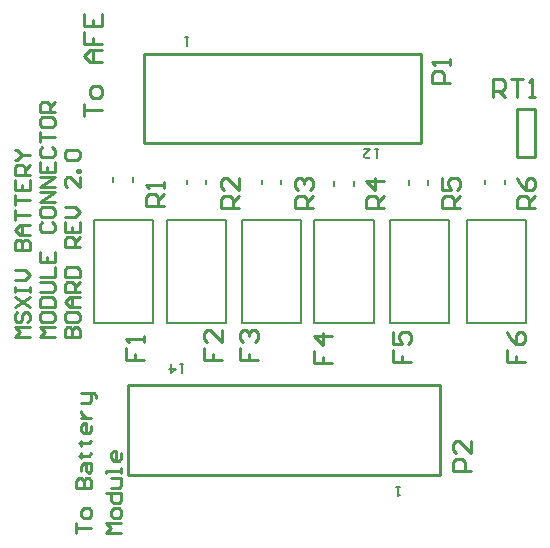
<source format=gto>
G04*
G04 #@! TF.GenerationSoftware,Altium Limited,Altium Designer,19.1.7 (138)*
G04*
G04 Layer_Color=65535*
%FSLAX25Y25*%
%MOIN*%
G70*
G01*
G75*
%ADD10C,0.00787*%
%ADD11C,0.01000*%
%ADD12C,0.00591*%
D10*
X138583Y107303D02*
X148425D01*
Y73012D02*
Y107303D01*
X128740Y73012D02*
X148425D01*
X128740D02*
Y107303D01*
X138583D01*
X29921D02*
X39764D01*
X29921Y73012D02*
Y107303D01*
Y73012D02*
X49606D01*
Y107303D01*
X39764D02*
X49606D01*
X43012Y120079D02*
Y121653D01*
X36516Y120079D02*
Y121653D01*
X160535Y119291D02*
Y120866D01*
X167032Y119291D02*
Y120866D01*
X141437Y119193D02*
Y120768D01*
X134941Y119193D02*
Y120768D01*
X110138Y118799D02*
Y120374D01*
X116634Y118799D02*
Y120374D01*
X92386Y119291D02*
Y120866D01*
X85890Y119291D02*
Y120866D01*
X61008Y119291D02*
Y120866D01*
X67504Y119291D02*
Y120866D01*
X64173Y73012D02*
X74016D01*
Y107303D01*
X54331D02*
X74016D01*
X54331Y73012D02*
Y107303D01*
Y73012D02*
X64173D01*
X79291Y107303D02*
X89134D01*
X79291Y73012D02*
Y107303D01*
Y73012D02*
X98976D01*
Y107303D01*
X89134D02*
X98976D01*
X113386Y73012D02*
X123228D01*
Y107303D01*
X103543D02*
X123228D01*
X103543Y73012D02*
Y107303D01*
Y73012D02*
X113386D01*
X164173D02*
X174016D01*
Y107303D01*
X154331D02*
X174016D01*
X154331Y73012D02*
Y107303D01*
Y73012D02*
X164173D01*
D11*
X145276Y22441D02*
Y52362D01*
X41339Y22441D02*
X145276D01*
X41339D02*
Y52362D01*
X145276D01*
X171063Y144291D02*
X176969D01*
X171063Y128543D02*
Y144291D01*
Y128543D02*
X176969D01*
Y144291D01*
X138932Y133000D02*
Y162921D01*
X46806Y133000D02*
X138932D01*
X46806D02*
Y162921D01*
X138932D01*
X24095Y2968D02*
Y6301D01*
Y4635D01*
X29093D01*
Y8800D02*
Y10466D01*
X28260Y11299D01*
X26594D01*
X25761Y10466D01*
Y8800D01*
X26594Y7967D01*
X28260D01*
X29093Y8800D01*
X24095Y17964D02*
X29093D01*
Y20463D01*
X28260Y21296D01*
X27427D01*
X26594Y20463D01*
Y17964D01*
Y20463D01*
X25761Y21296D01*
X24928D01*
X24095Y20463D01*
Y17964D01*
X25761Y23795D02*
Y25461D01*
X26594Y26294D01*
X29093D01*
Y23795D01*
X28260Y22962D01*
X27427Y23795D01*
Y26294D01*
X24928Y28793D02*
X25761D01*
Y27960D01*
Y29627D01*
Y28793D01*
X28260D01*
X29093Y29627D01*
X24928Y32959D02*
X25761D01*
Y32126D01*
Y33792D01*
Y32959D01*
X28260D01*
X29093Y33792D01*
Y38790D02*
Y37124D01*
X28260Y36291D01*
X26594D01*
X25761Y37124D01*
Y38790D01*
X26594Y39623D01*
X27427D01*
Y36291D01*
X25761Y41289D02*
X29093D01*
X27427D01*
X26594Y42123D01*
X25761Y42955D01*
Y43789D01*
Y46288D02*
X28260D01*
X29093Y47121D01*
Y49620D01*
X29926D01*
X30759Y48787D01*
Y47954D01*
X29093Y49620D02*
X25761D01*
X39158Y2968D02*
X34159D01*
X35825Y4635D01*
X34159Y6301D01*
X39158D01*
Y8800D02*
Y10466D01*
X38324Y11299D01*
X36658D01*
X35825Y10466D01*
Y8800D01*
X36658Y7967D01*
X38324D01*
X39158Y8800D01*
X34159Y16297D02*
X39158D01*
Y13798D01*
X38324Y12965D01*
X36658D01*
X35825Y13798D01*
Y16297D01*
Y17964D02*
X38324D01*
X39158Y18797D01*
Y21296D01*
X35825D01*
X39158Y22962D02*
Y24628D01*
Y23795D01*
X34159D01*
Y22962D01*
X39158Y29627D02*
Y27960D01*
X38324Y27127D01*
X36658D01*
X35825Y27960D01*
Y29627D01*
X36658Y30460D01*
X37491D01*
Y27127D01*
X8582Y68323D02*
X3583D01*
X5250Y69989D01*
X3583Y71655D01*
X8582D01*
X4417Y76653D02*
X3583Y75820D01*
Y74154D01*
X4417Y73321D01*
X5250D01*
X6083Y74154D01*
Y75820D01*
X6916Y76653D01*
X7749D01*
X8582Y75820D01*
Y74154D01*
X7749Y73321D01*
X3583Y78320D02*
X8582Y81652D01*
X3583D02*
X8582Y78320D01*
X3583Y83318D02*
Y84984D01*
Y84151D01*
X8582D01*
Y83318D01*
Y84984D01*
X3583Y87483D02*
X6916D01*
X8582Y89149D01*
X6916Y90816D01*
X3583D01*
Y97480D02*
X8582D01*
Y99979D01*
X7749Y100812D01*
X6916D01*
X6083Y99979D01*
Y97480D01*
Y99979D01*
X5250Y100812D01*
X4417D01*
X3583Y99979D01*
Y97480D01*
X8582Y102478D02*
X5250D01*
X3583Y104145D01*
X5250Y105811D01*
X8582D01*
X6083D01*
Y102478D01*
X3583Y107477D02*
Y110809D01*
Y109143D01*
X8582D01*
X3583Y112475D02*
Y115807D01*
Y114141D01*
X8582D01*
X3583Y120806D02*
Y117474D01*
X8582D01*
Y120806D01*
X6083Y117474D02*
Y119140D01*
X8582Y122472D02*
X3583D01*
Y124971D01*
X4417Y125804D01*
X6083D01*
X6916Y124971D01*
Y122472D01*
Y124138D02*
X8582Y125804D01*
X3583Y127470D02*
X4417D01*
X6083Y129137D01*
X4417Y130803D01*
X3583D01*
X6083Y129137D02*
X8582D01*
X16980Y68323D02*
X11981D01*
X13648Y69989D01*
X11981Y71655D01*
X16980D01*
X11981Y75820D02*
Y74154D01*
X12815Y73321D01*
X16147D01*
X16980Y74154D01*
Y75820D01*
X16147Y76653D01*
X12815D01*
X11981Y75820D01*
Y78320D02*
X16980D01*
Y80819D01*
X16147Y81652D01*
X12815D01*
X11981Y80819D01*
Y78320D01*
Y83318D02*
X16147D01*
X16980Y84151D01*
Y85817D01*
X16147Y86650D01*
X11981D01*
Y88316D02*
X16980D01*
Y91649D01*
X11981Y96647D02*
Y93315D01*
X16980D01*
Y96647D01*
X14481Y93315D02*
Y94981D01*
X12815Y106644D02*
X11981Y105811D01*
Y104145D01*
X12815Y103312D01*
X16147D01*
X16980Y104145D01*
Y105811D01*
X16147Y106644D01*
X11981Y110809D02*
Y109143D01*
X12815Y108310D01*
X16147D01*
X16980Y109143D01*
Y110809D01*
X16147Y111642D01*
X12815D01*
X11981Y110809D01*
X16980Y113308D02*
X11981D01*
X16980Y116640D01*
X11981D01*
X16980Y118307D02*
X11981D01*
X16980Y121639D01*
X11981D01*
Y126637D02*
Y123305D01*
X16980D01*
Y126637D01*
X14481Y123305D02*
Y124971D01*
X12815Y131636D02*
X11981Y130803D01*
Y129136D01*
X12815Y128303D01*
X16147D01*
X16980Y129136D01*
Y130803D01*
X16147Y131636D01*
X11981Y133302D02*
Y136634D01*
Y134968D01*
X16980D01*
X11981Y140799D02*
Y139133D01*
X12815Y138300D01*
X16147D01*
X16980Y139133D01*
Y140799D01*
X16147Y141632D01*
X12815D01*
X11981Y140799D01*
X16980Y143298D02*
X11981D01*
Y145798D01*
X12815Y146631D01*
X14481D01*
X15314Y145798D01*
Y143298D01*
Y144965D02*
X16980Y146631D01*
X20380Y68323D02*
X25378D01*
Y70822D01*
X24545Y71655D01*
X23712D01*
X22879Y70822D01*
Y68323D01*
Y70822D01*
X22046Y71655D01*
X21213D01*
X20380Y70822D01*
Y68323D01*
Y75820D02*
Y74154D01*
X21213Y73321D01*
X24545D01*
X25378Y74154D01*
Y75820D01*
X24545Y76653D01*
X21213D01*
X20380Y75820D01*
X25378Y78320D02*
X22046D01*
X20380Y79986D01*
X22046Y81652D01*
X25378D01*
X22879D01*
Y78320D01*
X25378Y83318D02*
X20380D01*
Y85817D01*
X21213Y86650D01*
X22879D01*
X23712Y85817D01*
Y83318D01*
Y84984D02*
X25378Y86650D01*
X20380Y88316D02*
X25378D01*
Y90816D01*
X24545Y91649D01*
X21213D01*
X20380Y90816D01*
Y88316D01*
X25378Y98313D02*
X20380D01*
Y100812D01*
X21213Y101645D01*
X22879D01*
X23712Y100812D01*
Y98313D01*
Y99979D02*
X25378Y101645D01*
X20380Y106644D02*
Y103312D01*
X25378D01*
Y106644D01*
X22879Y103312D02*
Y104978D01*
X20380Y108310D02*
X23712D01*
X25378Y109976D01*
X23712Y111642D01*
X20380D01*
X25378Y121639D02*
Y118307D01*
X22046Y121639D01*
X21213D01*
X20380Y120806D01*
Y119140D01*
X21213Y118307D01*
X25378Y123305D02*
X24545D01*
Y124138D01*
X25378D01*
Y123305D01*
X21213Y127470D02*
X20380Y128303D01*
Y129970D01*
X21213Y130803D01*
X24545D01*
X25378Y129970D01*
Y128303D01*
X24545Y127470D01*
X21213D01*
X26679Y142126D02*
Y146125D01*
Y144125D01*
X32677D01*
Y149124D02*
Y151123D01*
X31677Y152123D01*
X29678D01*
X28679Y151123D01*
Y149124D01*
X29678Y148124D01*
X31677D01*
X32677Y149124D01*
Y160120D02*
X28679D01*
X26679Y162119D01*
X28679Y164119D01*
X32677D01*
X29678D01*
Y160120D01*
X26679Y170117D02*
Y166118D01*
X29678D01*
Y168118D01*
Y166118D01*
X32677D01*
X26679Y176115D02*
Y172116D01*
X32677D01*
Y176115D01*
X29678Y172116D02*
Y174116D01*
X129829Y64235D02*
Y60236D01*
X132828D01*
Y62236D01*
Y60236D01*
X135827D01*
X129829Y70233D02*
Y66234D01*
X132828D01*
X131828Y68234D01*
Y69233D01*
X132828Y70233D01*
X134827D01*
X135827Y69233D01*
Y67234D01*
X134827Y66234D01*
X148819Y153150D02*
X142821D01*
Y156149D01*
X143821Y157148D01*
X145820D01*
X146820Y156149D01*
Y153150D01*
X148819Y159148D02*
Y161147D01*
Y160147D01*
X142821D01*
X143821Y159148D01*
X155579Y23681D02*
X149581D01*
Y26680D01*
X150580Y27680D01*
X152580D01*
X153579Y26680D01*
Y23681D01*
X155579Y33678D02*
Y29679D01*
X151580Y33678D01*
X150580D01*
X149581Y32678D01*
Y30679D01*
X150580Y29679D01*
X162992Y148425D02*
Y154423D01*
X165991D01*
X166991Y153424D01*
Y151424D01*
X165991Y150425D01*
X162992D01*
X164991D02*
X166991Y148425D01*
X168990Y154423D02*
X172989D01*
X170990D01*
Y148425D01*
X174988D02*
X176988D01*
X175988D01*
Y154423D01*
X174988Y153424D01*
X53543Y112205D02*
X47545D01*
Y115204D01*
X48545Y116203D01*
X50544D01*
X51544Y115204D01*
Y112205D01*
Y114204D02*
X53543Y116203D01*
Y118203D02*
Y120202D01*
Y119202D01*
X47545D01*
X48545Y118203D01*
X40852Y64629D02*
Y60630D01*
X43851D01*
Y62629D01*
Y60630D01*
X46850D01*
Y66628D02*
Y68627D01*
Y67628D01*
X40852D01*
X41852Y66628D01*
X78347Y111417D02*
X72348D01*
Y114416D01*
X73348Y115416D01*
X75347D01*
X76347Y114416D01*
Y111417D01*
Y113417D02*
X78347Y115416D01*
Y121414D02*
Y117415D01*
X74348Y121414D01*
X73348D01*
X72348Y120414D01*
Y118415D01*
X73348Y117415D01*
X177165Y111417D02*
X171167D01*
Y114416D01*
X172167Y115416D01*
X174166D01*
X175166Y114416D01*
Y111417D01*
Y113417D02*
X177165Y115416D01*
X171167Y121414D02*
X172167Y119415D01*
X174166Y117415D01*
X176166D01*
X177165Y118415D01*
Y120414D01*
X176166Y121414D01*
X175166D01*
X174166Y120414D01*
Y117415D01*
X151969Y111417D02*
X145970D01*
Y114416D01*
X146970Y115416D01*
X148969D01*
X149969Y114416D01*
Y111417D01*
Y113417D02*
X151969Y115416D01*
X145970Y121414D02*
Y117415D01*
X148969D01*
X147970Y119415D01*
Y120414D01*
X148969Y121414D01*
X150969D01*
X151969Y120414D01*
Y118415D01*
X150969Y117415D01*
X126772Y111417D02*
X120774D01*
Y114416D01*
X121773Y115416D01*
X123773D01*
X124772Y114416D01*
Y111417D01*
Y113417D02*
X126772Y115416D01*
Y120414D02*
X120774D01*
X123773Y117415D01*
Y121414D01*
X103150Y111417D02*
X97151D01*
Y114416D01*
X98151Y115416D01*
X100151D01*
X101150Y114416D01*
Y111417D01*
Y113417D02*
X103150Y115416D01*
X98151Y117415D02*
X97151Y118415D01*
Y120414D01*
X98151Y121414D01*
X99151D01*
X100151Y120414D01*
Y119415D01*
Y120414D01*
X101150Y121414D01*
X102150D01*
X103150Y120414D01*
Y118415D01*
X102150Y117415D01*
X167624Y64235D02*
Y60236D01*
X170623D01*
Y62236D01*
Y60236D01*
X173622D01*
X167624Y70233D02*
X168624Y68234D01*
X170623Y66234D01*
X172622D01*
X173622Y67234D01*
Y69233D01*
X172622Y70233D01*
X171623D01*
X170623Y69233D01*
Y66234D01*
X103451Y63841D02*
Y59842D01*
X106450D01*
Y61842D01*
Y59842D01*
X109449D01*
Y68840D02*
X103451D01*
X106450Y65841D01*
Y69839D01*
X78648Y64629D02*
Y60630D01*
X81647D01*
Y62629D01*
Y60630D01*
X84646D01*
X79647Y66628D02*
X78648Y67628D01*
Y69627D01*
X79647Y70627D01*
X80647D01*
X81647Y69627D01*
Y68627D01*
Y69627D01*
X82646Y70627D01*
X83646D01*
X84646Y69627D01*
Y67628D01*
X83646Y66628D01*
X66837Y64629D02*
Y60630D01*
X69836D01*
Y62629D01*
Y60630D01*
X72835D01*
Y70627D02*
Y66628D01*
X68836Y70627D01*
X67836D01*
X66837Y69627D01*
Y67628D01*
X67836Y66628D01*
D12*
X59842Y59449D02*
X58793D01*
X59318D01*
Y56300D01*
X59842Y56825D01*
X55644Y59449D02*
Y56300D01*
X57219Y57875D01*
X55120D01*
X131890Y18504D02*
X130840D01*
X131365D01*
Y15355D01*
X131890Y15880D01*
X61417Y168504D02*
X60368D01*
X60893D01*
Y165355D01*
X61417Y165880D01*
X124803Y131102D02*
X123754D01*
X124278D01*
Y127954D01*
X124803Y128479D01*
X120080Y131102D02*
X122179D01*
X120080Y129003D01*
Y128479D01*
X120605Y127954D01*
X121654D01*
X122179Y128479D01*
M02*

</source>
